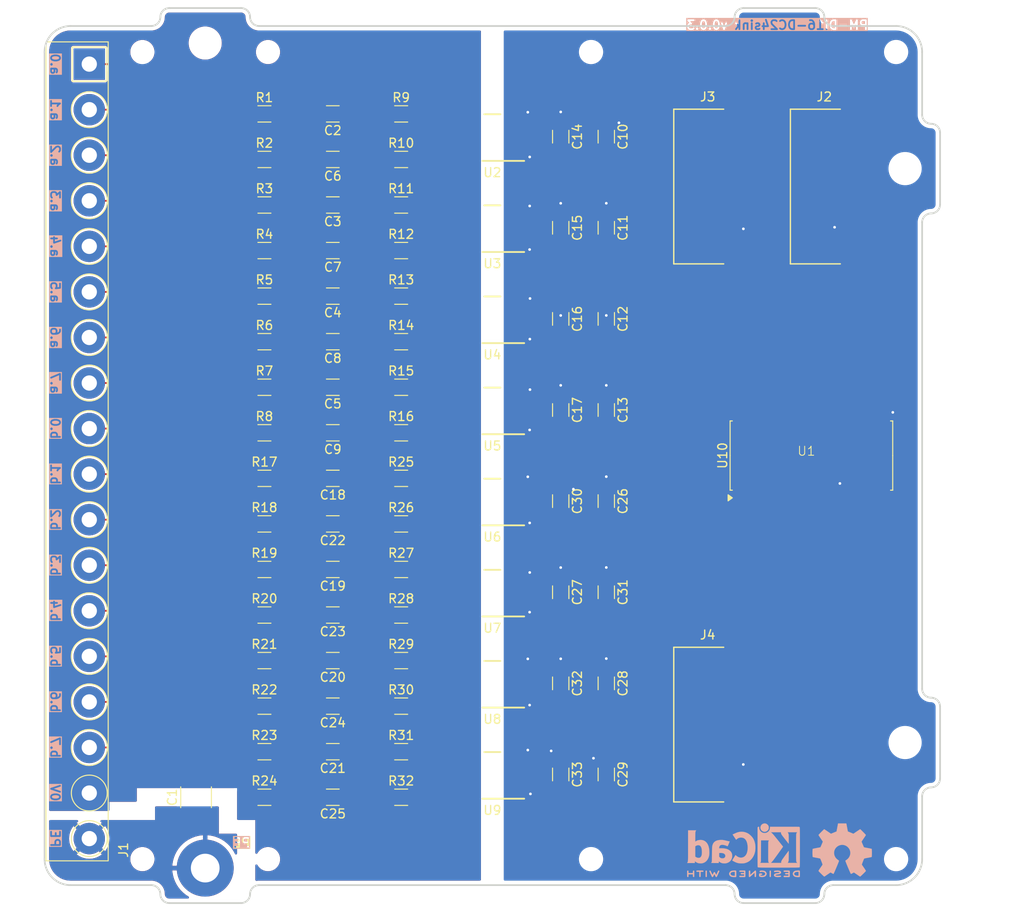
<source format=kicad_pcb>
(kicad_pcb (version 20240108) (generator "pcbnew") (generator_version "8.0")
  (title_block (title "${article} v${version}"))
  (layers (0 "F.Cu" signal) (31 "B.Cu" signal) (34 "B.Paste" user) (35 "F.Paste" user) (36 "B.SilkS" user "B.Silkscreen") (37 "F.SilkS" user "F.Silkscreen") (38 "B.Mask" user) (39 "F.Mask" user) (44 "Edge.Cuts" user))
  (property "article" "PM-DI16-DC24sink")
  (property "version" "0.0.3")
  (net 0 "")
  (net 1 "FGND")
  (net 2 "PE")
  (net 3 "GND")
  (net 4 "/MOSI")
  (net 5 "/MISO")
  (net 6 "/SCK")
  (net 7 "Net-(U2-SENSE2)")
  (net 8 "Net-(U2-SENSE1)")
  (net 9 "Net-(U4-SENSE2)")
  (net 10 "Net-(U4-SENSE1)")
  (net 11 "Net-(U2-IN2)")
  (net 12 "Net-(U2-IN1)")
  (net 13 "Net-(U4-IN2)")
  (net 14 "Net-(U4-IN1)")
  (net 23 "Net-(U3-SENSE2)")
  (net 24 "Net-(U3-SENSE1)")
  (net 25 "Net-(U3-IN2)")
  (net 26 "Net-(U3-IN1)")
  (net 31 "Net-(U6-SENSE2)")
  (net 32 "Net-(U6-SENSE1)")
  (net 33 "Net-(U5-SENSE2)")
  (net 34 "Net-(U5-SENSE1)")
  (net 35 "Net-(U5-IN2)")
  (net 36 "Net-(U5-IN1)")
  (net 41 "Net-(U6-IN2)")
  (net 42 "Net-(U6-IN1)")
  (net 47 "Net-(U7-SENSE2)")
  (net 48 "Net-(U7-SENSE1)")
  (net 49 "Net-(U8-SENSE2)")
  (net 50 "Net-(U8-SENSE1)")
  (net 51 "Net-(U7-IN2)")
  (net 52 "Net-(U7-IN1)")
  (net 53 "Net-(U8-IN2)")
  (net 54 "Net-(U8-IN1)")
  (net 63 "+3.3V")
  (net 65 "Net-(U9-SENSE2)")
  (net 66 "Net-(U9-SENSE1)")
  (net 67 "Net-(U9-IN2)")
  (net 68 "Net-(U9-IN1)")
  (net 74 "/CS")
  (net 79 "/subplates/+5V")
  (net 80 "/a0.0-IS")
  (net 81 "/a0.2-IS")
  (net 82 "/a0.4-IS")
  (net 83 "/a0.1-IS")
  (net 84 "/a0.5-IS")
  (net 85 "/a0.7-IS")
  (net 86 "/a0.6-IS")
  (net 87 "/a0.3-IS")
  (net 88 "/b0.3-IS")
  (net 89 "/b0.2-IS")
  (net 90 "/b0.1-IS")
  (net 91 "/b0.4-IS")
  (net 92 "/b0.0-IS")
  (net 93 "/b0.7-IS")
  (net 94 "/b0.6-IS")
  (net 95 "/b0.5-IS")
  (net 96 "/a0.2")
  (net 97 "/a0.6")
  (net 98 "/b0.5")
  (net 99 "/a0.7")
  (net 100 "/b0.7")
  (net 101 "/a0.5")
  (net 102 "/b0.1")
  (net 103 "/b0.6")
  (net 104 "/b0.4")
  (net 105 "/b0.3")
  (net 106 "/a0.4")
  (net 107 "/b0.0")
  (net 108 "/a0.3")
  (net 109 "/a0.1")
  (net 110 "/b0.2")
  (net 111 "/a0.0")
  (footprint "Resistor_SMD:R_1206_3216Metric_Pad1.30x1.75mm_HandSolder" (layer "F.Cu") (at 65.24 62.7)
    (property "Reference" "R9")
    (property "Value" "562R")
  )
  (footprint "Capacitor_SMD:C_1206_3216Metric_Pad1.33x1.80mm_HandSolder" (layer "F.Cu") (at 88.1 85.56 -90)
    (property "Reference" "C12")
    (property "Value" "100nF")
  )
  (footprint "kicad_inventree_lib:DBQ0016A_M" (layer "F.Cu") (at 75.4 85.56 180)
    (property "Reference" "U4")
    (property "Value" "ISO1212DBQ")
  )
  (footprint "Capacitor_SMD:C_1206_3216Metric_Pad1.33x1.80mm_HandSolder" (layer "F.Cu") (at 57.62 103.34 180)
    (property "Reference" "C18")
    (property "Value" "330nF")
  )
  (footprint "Resistor_SMD:R_1206_3216Metric_Pad1.30x1.75mm_HandSolder" (layer "F.Cu") (at 65.24 118.58)
    (property "Reference" "R28")
    (property "Value" "562R")
  )
  (footprint "Resistor_SMD:R_1206_3216Metric_Pad1.30x1.75mm_HandSolder" (layer "F.Cu") (at 50 72.86)
    (property "Reference" "R3")
    (property "Value" "1k")
  )
  (footprint "Capacitor_SMD:C_1206_3216Metric_Pad1.33x1.80mm_HandSolder" (layer "F.Cu") (at 57.62 72.86 180)
    (property "Reference" "C3")
    (property "Value" "330nF")
  )
  (footprint "Resistor_SMD:R_1206_3216Metric_Pad1.30x1.75mm_HandSolder" (layer "F.Cu") (at 50 138.9)
    (property "Reference" "R24")
    (property "Value" "1k")
  )
  (footprint "Capacitor_SMD:C_1206_3216Metric_Pad1.33x1.80mm_HandSolder" (layer "F.Cu") (at 57.62 77.94 180)
    (property "Reference" "C7")
    (property "Value" "330nF")
  )
  (footprint "Resistor_SMD:R_1206_3216Metric_Pad1.30x1.75mm_HandSolder" (layer "F.Cu") (at 50 83.02)
    (property "Reference" "R5")
    (property "Value" "1k")
  )
  (footprint "Capacitor_SMD:C_1206_3216Metric_Pad1.33x1.80mm_HandSolder" (layer "F.Cu") (at 88.1 136.36 -90)
    (property "Reference" "C29")
    (property "Value" "100nF")
  )
  (footprint "Resistor_SMD:R_1206_3216Metric_Pad1.30x1.75mm_HandSolder" (layer "F.Cu") (at 65.24 123.66)
    (property "Reference" "R29")
    (property "Value" "562R")
  )
  (footprint "Resistor_SMD:R_1206_3216Metric_Pad1.30x1.75mm_HandSolder" (layer "F.Cu") (at 50 98.26)
    (property "Reference" "R8")
    (property "Value" "1k")
  )
  (footprint "Capacitor_SMD:C_1206_3216Metric_Pad1.33x1.80mm_HandSolder" (layer "F.Cu") (at 57.62 108.42 180)
    (property "Reference" "C22")
    (property "Value" "330nF")
  )
  (footprint "Capacitor_SMD:C_1206_3216Metric_Pad1.33x1.80mm_HandSolder" (layer "F.Cu") (at 88.1 126.2 -90)
    (property "Reference" "C28")
    (property "Value" "100nF")
  )
  (footprint "Capacitor_SMD:C_1206_3216Metric_Pad1.33x1.80mm_HandSolder" (layer "F.Cu") (at 57.62 93.18 180)
    (property "Reference" "C5")
    (property "Value" "330nF")
  )
  (footprint "Capacitor_SMD:C_1206_3216Metric_Pad1.33x1.80mm_HandSolder" (layer "F.Cu") (at 83.02 95.72 -90)
    (property "Reference" "C17")
    (property "Value" "1uF")
  )
  (footprint "Capacitor_SMD:C_1206_3216Metric_Pad1.33x1.80mm_HandSolder" (layer "F.Cu") (at 57.62 128.74 180)
    (property "Reference" "C24")
    (property "Value" "330nF")
  )
  (footprint "Resistor_SMD:R_1206_3216Metric_Pad1.30x1.75mm_HandSolder" (layer "F.Cu") (at 50 118.58)
    (property "Reference" "R20")
    (property "Value" "1k")
  )
  (footprint "Resistor_SMD:R_1206_3216Metric_Pad1.30x1.75mm_HandSolder" (layer "F.Cu") (at 65.24 98.26)
    (property "Reference" "R16")
    (property "Value" "562R")
  )
  (footprint "kicad_inventree_lib:CONN10_AFA07-S10_JUS" (layer "F.Cu") (at 98.4 70.8 -90)
    (property "Reference" "J3")
    (property "Value" "AFA07-S10FCC-00")
  )
  (footprint "Resistor_SMD:R_1206_3216Metric_Pad1.30x1.75mm_HandSolder" (layer "F.Cu") (at 65.24 72.86)
    (property "Reference" "R11")
    (property "Value" "562R")
  )
  (footprint "kicad_inventree_lib:DBQ0016A_M" (layer "F.Cu") (at 75.4 126.2 180)
    (property "Reference" "U8")
    (property "Value" "ISO1212DBQ")
  )
  (footprint "Capacitor_SMD:C_1206_3216Metric_Pad1.33x1.80mm_HandSolder" (layer "F.Cu") (at 83.02 65.24 -90)
    (property "Reference" "C14")
    (property "Value" "1uF")
  )
  (footprint "Resistor_SMD:R_1206_3216Metric_Pad1.30x1.75mm_HandSolder" (layer "F.Cu") (at 50 62.7)
    (property "Reference" "R1")
    (property "Value" "1k")
  )
  (footprint "Capacitor_SMD:C_1206_3216Metric_Pad1.33x1.80mm_HandSolder" (layer "F.Cu") (at 57.62 83.02 180)
    (property "Reference" "C4")
    (property "Value" "330nF")
  )
  (footprint "Capacitor_SMD:C_1206_3216Metric_Pad1.33x1.80mm_HandSolder" (layer "F.Cu") (at 57.62 123.66 180)
    (property "Reference" "C20")
    (property "Value" "330nF")
  )
  (footprint "kicad_inventree_lib:PE" (layer "F.Cu") (at 43.4 146.8)
    (property "Reference" "PE1" (hide yes))
    (property "Value" "PE")
  )
  (footprint "Resistor_SMD:R_1206_3216Metric_Pad1.30x1.75mm_HandSolder" (layer "F.Cu") (at 65.24 128.74)
    (property "Reference" "R30")
    (property "Value" "562R")
  )
  (footprint "Capacitor_SMD:C_1206_3216Metric_Pad1.33x1.80mm_HandSolder" (layer "F.Cu") (at 88.1 116.04 -90)
    (property "Reference" "C31")
    (property "Value" "1uF")
  )
  (footprint "Resistor_SMD:R_1206_3216Metric_Pad1.30x1.75mm_HandSolder" (layer "F.Cu") (at 50 108.42)
    (property "Reference" "R18")
    (property "Value" "1k")
  )
  (footprint "NextPCB:Degson_2EDGR-5.08-18P" (layer "F.Cu") (at 30.48 57.15 -90)
    (property "Reference" "J1")
    (property "Value" "2EDGR-5.08-18P")
  )
  (footprint "Capacitor_SMD:C_1206_3216Metric_Pad1.33x1.80mm_HandSolder" (layer "F.Cu") (at 57.62 62.7 180)
    (property "Reference" "C2")
    (property "Value" "330nF")
  )
  (footprint "Resistor_SMD:R_1206_3216Metric_Pad1.30x1.75mm_HandSolder" (layer "F.Cu") (at 65.24 67.78)
    (property "Reference" "R10")
    (property "Value" "562R")
  )
  (footprint "MountingHole:MountingHole_3.2mm_M3" (layer "F.Cu") (at 43.4 54.8)
    (property "Reference" "H1" (hide yes))
    (property "Value" "MountingHole")
  )
  (footprint "Resistor_SMD:R_1206_3216Metric_Pad1.30x1.75mm_HandSolder" (layer "F.Cu") (at 50 103.34)
    (property "Reference" "R17")
    (property "Value" "1k")
  )
  (footprint "kicad_inventree_lib:CONN10_AFA07-S10_JUS" (layer "F.Cu") (at 98.4 130.8 -90)
    (property "Reference" "J4")
    (property "Value" "AFA07-S10FCC-00")
  )
  (footprint "MountingHole:MountingHole_3.2mm_M3" (layer "F.Cu") (at 121.4 132.8)
    (property "Reference" "H3" (hide yes))
    (property "Value" "MountingHole")
  )
  (footprint "kicad_inventree_lib:DBQ0016A_M" (layer "F.Cu") (at 75.4 116.04 180)
    (property "Reference" "U7")
    (property "Value" "ISO1212DBQ")
  )
  (footprint "Capacitor_SMD:C_1206_3216Metric_Pad1.33x1.80mm_HandSolder" (layer "F.Cu") (at 88.1 95.72 -90)
    (property "Reference" "C13")
    (property "Value" "100nF")
  )
  (footprint "Package_SO:SOIC-28W_7.5x17.9mm_P1.27mm" (layer "F.Cu") (at 110.96 100.8 90)
    (property "Reference" "U10")
    (property "Value" "MCP23S17_SO")
  )
  (footprint "Resistor_SMD:R_1206_3216Metric_Pad1.30x1.75mm_HandSolder" (layer "F.Cu") (at 65.24 77.94)
    (property "Reference" "R12")
    (property "Value" "562R")
  )
  (footprint "Capacitor_SMD:C_1206_3216Metric_Pad1.33x1.80mm_HandSolder" (layer "F.Cu") (at 57.62 88.1 180)
    (property "Reference" "C8")
    (property "Value" "330nF")
  )
  (footprint "Resistor_SMD:R_1206_3216Metric_Pad1.30x1.75mm_HandSolder" (layer "F.Cu") (at 50 123.66)
    (property "Reference" "R21")
    (property "Value" "1k")
  )
  (footprint "Capacitor_SMD:C_1206_3216Metric_Pad1.33x1.80mm_HandSolder" (layer "F.Cu") (at 57.62 133.82 180)
    (property "Reference" "C21")
    (property "Value" "330nF")
  )
  (footprint "Resistor_SMD:R_1206_3216Metric_Pad1.30x1.75mm_HandSolder" (layer "F.Cu") (at 50 88.1)
    (property "Reference" "R6")
    (property "Value" "1k")
  )
  (footprint "Resistor_SMD:R_1206_3216Metric_Pad1.30x1.75mm_HandSolder" (layer "F.Cu") (at 65.24 108.42)
    (property "Reference" "R26")
    (property "Value" "562R")
  )
  (footprint "Capacitor_SMD:C_1206_3216Metric_Pad1.33x1.80mm_HandSolder" (layer "F.Cu") (at 83.02 116.04 -90)
    (property "Reference" "C27")
    (property "Value" "100nF")
  )
  (footprint "Resistor_SMD:R_1206_3216Metric_Pad1.30x1.75mm_HandSolder" (layer "F.Cu") (at 50 77.94)
    (property "Reference" "R4")
    (property "Value" "1k")
  )
  (footprint "Capacitor_SMD:C_1812_4532Metric_Pad1.57x3.40mm_HandSolder" (layer "F.Cu") (at 42.38 138.9 90)
    (property "Reference" "C1")
    (property "Value" "4.7nF 2kV")
  )
  (footprint "Resistor_SMD:R_1206_3216Metric_Pad1.30x1.75mm_HandSolder" (layer "F.Cu") (at 50 67.78)
    (property "Reference" "R2")
    (property "Value" "1k")
  )
  (footprint "Resistor_SMD:R_1206_3216Metric_Pad1.30x1.75mm_HandSolder" (layer "F.Cu") (at 50 93.18)
    (property "Reference" "R7")
    (property "Value" "1k")
  )
  (footprint "kicad_inventree_lib:PM-LED_v0.0.1" (layer "F.Cu") (at 40.4 100.8)
    (property "Reference" "U12" (hide yes))
    (property "Value" "PM-LED16_v0.0.1")
  )
  (footprint "Capacitor_SMD:C_1206_3216Metric_Pad1.33x1.80mm_HandSolder" (layer "F.Cu") (at 83.02 75.4 -90)
    (property "Reference" "C15")
    (property "Value" "1uF")
  )
  (footprint "Capacitor_SMD:C_1206_3216Metric_Pad1.33x1.80mm_HandSolder" (layer "F.Cu") (at 57.62 118.58 180)
    (property "Reference" "C23")
    (property "Value" "330nF")
  )
  (footprint "Resistor_SMD:R_1206_3216Metric_Pad1.30x1.75mm_HandSolder" (layer "F.Cu") (at 65.24 138.9)
    (property "Reference" "R32")
    (property "Value" "562R")
  )
  (footprint "Capacitor_SMD:C_1206_3216Metric_Pad1.33x1.80mm_HandSolder" (layer "F.Cu") (at 57.62 138.9 180)
    (property "Reference" "C25")
    (property "Value" "330nF")
  )
  (footprint "Capacitor_SMD:C_1206_3216Metric_Pad1.33x1.80mm_HandSolder" (layer "F.Cu") (at 83.02 126.2 -90)
    (property "Reference" "C32")
    (property "Value" "1uF")
  )
  (footprint "Capacitor_SMD:C_1206_3216Metric_Pad1.33x1.80mm_HandSolder" (layer "F.Cu") (at 88.1 75.4 -90)
    (property "Reference" "C11")
    (property "Value" "100nF")
  )
  (footprint "Capacitor_SMD:C_1206_3216Metric_Pad1.33x1.80mm_HandSolder" (layer "F.Cu") (at 88.1 65.24 -90)
    (property "Reference" "C10")
    (property "Value" "100nF")
  )
  (footprint "kicad_inventree_lib:DBQ0016A_M" (layer "F.Cu") (at 75.4 105.88 180)
    (property "Reference" "U6")
    (property "Value" "ISO1212DBQ")
  )
  (footprint "Capacitor_SMD:C_1206_3216Metric_Pad1.33x1.80mm_HandSolder" (layer "F.Cu") (at 83.02 85.56 -90)
    (property "Reference" "C16")
    (property "Value" "1uF")
  )
  (footprint "Resistor_SMD:R_1206_3216Metric_Pad1.30x1.75mm_HandSolder" (layer "F.Cu") (at 65.24 113.5)
    (property "Reference" "R27")
    (property "Value" "562R")
  )
  (footprint "Capacitor_SMD:C_1206_3216Metric_Pad1.33x1.80mm_HandSolder" (layer "F.Cu") (at 57.62 98.26 180)
    (property "Reference" "C9")
    (property "Value" "330nF")
  )
  (footprint "Capacitor_SMD:C_1206_3216Metric_Pad1.33x1.80mm_HandSolder" (layer "F.Cu") (at 83.02 105.88 -90)
    (property "Reference" "C30")
    (property "Value" "1uF")
  )
  (footprint "kicad_inventree_lib:DBQ0016A_M" (layer "F.Cu") (at 75.4 75.4 180)
    (property "Reference" "U3")
    (property "Value" "ISO1212DBQ")
  )
  (footprint "Capacitor_SMD:C_1206_3216Metric_Pad1.33x1.80mm_HandSolder" (layer "F.Cu") (at 57.62 67.78 180)
    (property "Reference" "C6")
    (property "Value" "330nF")
  )
  (footprint "Resistor_SMD:R_1206_3216Metric_Pad1.30x1.75mm_HandSolder" (layer "F.Cu") (at 65.24 93.18)
    (property "Reference" "R15")
    (property "Value" "562R")
  )
  (footprint "kicad_inventree_lib:DBQ0016A_M" (layer "F.Cu") (at 75.4 95.72 180)
    (property "Reference" "U5")
    (property "Value" "ISO1212DBQ")
  )
  (footprint "kicad_inventree_lib:DBQ0016A_M" (layer "F.Cu") (at 75.4 136.36 180)
    (property "Reference" "U9")
    (property "Value" "ISO1212DBQ")
  )
  (footprint "kicad_inventree_lib:DBQ0016A_M" (layer "F.Cu") (at 75.4 65.24 180)
    (property "Reference" "U2")
    (property "Value" "ISO1212DBQ")
  )
  (footprint "kicad_inventree_lib:CONN10_AFA07-S10_JUS" (layer "F.Cu") (at 111.4 70.8 -90)
    (property "Reference" "J2")
    (property "Value" "AFA07-S10FCC-00")
  )
  (footprint "Resistor_SMD:R_1206_3216Metric_Pad1.30x1.75mm_HandSolder" (layer "F.Cu") (at 65.24 133.82)
    (property "Reference" "R31")
    (property "Value" "562R")
  )
  (footprint "Capacitor_SMD:C_1206_3216Metric_Pad1.33x1.80mm_HandSolder" (layer "F.Cu") (at 83.02 136.36 -90)
    (property "Reference" "C33")
    (property "Value" "1uF")
  )
  (footprint "Resistor_SMD:R_1206_3216Metric_Pad1.30x1.75mm_HandSolder" (layer "F.Cu") (at 65.24 83.02)
    (property "Reference" "R13")
    (property "Value" "562R")
  )
  (footprint "Resistor_SMD:R_1206_3216Metric_Pad1.30x1.75mm_HandSolder" (layer "F.Cu") (at 65.24 103.34)
    (property "Reference" "R25")
    (property "Value" "562R")
  )
  (footprint "Resistor_SMD:R_1206_3216Metric_Pad1.30x1.75mm_HandSolder" (layer "F.Cu") (at 65.24 88.1)
    (property "Reference" "R14")
    (property "Value" "562R")
  )
  (footprint "MountingHole:MountingHole_3.2mm_M3" (layer "F.Cu") (at 121.4 68.8)
    (property "Reference" "H2" (hide yes))
    (property "Value" "MountingHole")
  )
  (footprint "Capacitor_SMD:C_1206_3216Metric_Pad1.33x1.80mm_HandSolder" (layer "F.Cu") (at 88.1 105.88 -90)
    (property "Reference" "C26")
    (property "Value" "100nF")
  )
  (footprint "Resistor_SMD:R_1206_3216Metric_Pad1.30x1.75mm_HandSolder" (layer "F.Cu") (at 50 133.82)
    (property "Reference" "R23")
    (property "Value" "1k")
  )
  (footprint "Resistor_SMD:R_1206_3216Metric_Pad1.30x1.75mm_HandSolder" (layer "F.Cu") (at 50 113.5)
    (property "Reference" "R19")
    (property "Value" "1k")
  )
  (footprint "Resistor_SMD:R_1206_3216Metric_Pad1.30x1.75mm_HandSolder" (layer "F.Cu") (at 50 128.74)
    (property "Reference" "R22")
    (property "Value" "1k")
  )
  (footprint "kicad_inventree_lib:PM-ESP32C3_v0.0.2" (layer "F.Cu") (at 110.4 100.8)
    (property "Reference" "U1")
    (property "Value" "~")
  )
  (footprint "Capacitor_SMD:C_1206_3216Metric_Pad1.33x1.80mm_HandSolder" (layer "F.Cu") (at 57.62 113.5 180)
    (property "Reference" "C19")
    (property "Value" "330nF")
  )
  (footprint "Symbol:OSHW-Symbol_6.7x6mm_SilkScreen" (layer "B.Cu") (at 114.4 144.8 180)
    (property "Reference" "oshw_logo" (hide yes))
    (property "Value" "OSHW-Symbol_6.7x6mm_SilkScreen" (hide yes))
  )
  (footprint "Symbol:KiCad-Logo2_5mm_SilkScreen" (layer "B.Cu") (at 103.4 144.8 180)
    (property "Reference" "kicad_logo" (hide yes))
    (property "Value" "KiCad-Logo2_5mm_SilkScreen" (hide yes))
  )
  (gr_line (start 47.4 150.7) (end 39.4 150.7) (stroke (width 0.2)) (layer "Edge.Cuts"))
  (gr_line (start 39.4 50.9) (end 47.4 50.9) (stroke (width 0.2)) (layer "Edge.Cuts"))
  (gr_arc (start 111.4 50.9) (mid 112.107107 51.192893) (end 112.4 51.9) (stroke (width 0.2)) (layer "Edge.Cuts"))
  (gr_arc (start 47.4 50.9) (mid 48.107107 51.192893) (end 48.4 51.9) (stroke (width 0.2)) (layer "Edge.Cuts"))
  (gr_line (start 103.4 50.9) (end 111.4 50.9) (stroke (width 0.2)) (layer "Edge.Cuts"))
  (gr_line (start 101.4 52.9) (end 49.4 52.9) (stroke (width 0.2)) (layer "Edge.Cuts"))
  (gr_line (start 125.3 128.8) (end 125.3 136.8) (stroke (width 0.2)) (layer "Edge.Cuts"))
  (gr_arc (start 124.3 63.8) (mid 125.007107 64.092893) (end 125.3 64.8) (stroke (width 0.2)) (layer "Edge.Cuts"))
  (gr_arc (start 102.4 51.9) (mid 102.692893 51.192893) (end 103.4 50.9) (stroke (width 0.2)) (layer "Edge.Cuts"))
  (gr_arc (start 124.3 127.8) (mid 123.592893 127.507107) (end 123.3 126.8) (stroke (width 0.2)) (layer "Edge.Cuts"))
  (gr_line (start 113.4 52.9) (end 120.4 52.9) (stroke (width 0.2)) (layer "Edge.Cuts"))
  (gr_line (start 123.3 55.8) (end 123.3 62.8) (stroke (width 0.2)) (layer "Edge.Cuts"))
  (gr_arc (start 38.4 51.9) (mid 38.107107 52.607107) (end 37.4 52.9) (stroke (width 0.2)) (layer "Edge.Cuts"))
  (gr_arc (start 49.4 52.9) (mid 48.692893 52.607107) (end 48.4 51.9) (stroke (width 0.2)) (layer "Edge.Cuts"))
  (gr_line (start 25.5 55.8) (end 25.5 145.8) (stroke (width 0.2)) (layer "Edge.Cuts"))
  (gr_line (start 28.4 52.9) (end 37.4 52.9) (stroke (width 0.2)) (layer "Edge.Cuts"))
  (gr_arc (start 125.3 72.8) (mid 125.007107 73.507107) (end 124.3 73.8) (stroke (width 0.2)) (layer "Edge.Cuts"))
  (gr_line (start 37.4 148.7) (end 28.4 148.7) (stroke (width 0.2)) (layer "Edge.Cuts"))
  (gr_arc (start 112.4 149.7) (mid 112.692893 148.992893) (end 113.4 148.7) (stroke (width 0.2)) (layer "Edge.Cuts"))
  (gr_arc (start 37.4 148.7) (mid 38.107107 148.992893) (end 38.4 149.7) (stroke (width 0.2)) (layer "Edge.Cuts"))
  (gr_line (start 120.4 148.7) (end 113.4 148.7) (stroke (width 0.2)) (layer "Edge.Cuts"))
  (gr_arc (start 123.3 138.8) (mid 123.592893 138.092893) (end 124.3 137.8) (stroke (width 0.2)) (layer "Edge.Cuts"))
  (gr_arc (start 48.4 149.7) (mid 48.107107 150.407107) (end 47.4 150.7) (stroke (width 0.2)) (layer "Edge.Cuts"))
  (gr_arc (start 120.4 52.9) (mid 122.45061 53.74939) (end 123.3 55.8) (stroke (width 0.2)) (layer "Edge.Cuts"))
  (gr_arc (start 113.4 52.9) (mid 112.692893 52.607107) (end 112.4 51.9) (stroke (width 0.2)) (layer "Edge.Cuts"))
  (gr_arc (start 125.3 136.8) (mid 125.007107 137.507107) (end 124.3 137.8) (stroke (width 0.2)) (layer "Edge.Cuts"))
  (gr_arc (start 123.3 74.8) (mid 123.592893 74.092893) (end 124.3 73.8) (stroke (width 0.2)) (layer "Edge.Cuts"))
  (gr_arc (start 102.4 51.9) (mid 102.107107 52.607107) (end 101.4 52.9) (stroke (width 0.2)) (layer "Edge.Cuts"))
  (gr_line (start 111.4 150.7) (end 103.4 150.7) (stroke (width 0.2)) (layer "Edge.Cuts"))
  (gr_line (start 123.3 138.8) (end 123.3 145.8) (stroke (width 0.2)) (layer "Edge.Cuts"))
  (gr_arc (start 123.3 145.8) (mid 122.45061 147.85061) (end 120.4 148.7) (stroke (width 0.2)) (layer "Edge.Cuts"))
  (gr_arc (start 48.4 149.7) (mid 48.692893 148.992893) (end 49.4 148.7) (stroke (width 0.2)) (layer "Edge.Cuts"))
  (gr_arc (start 38.4 51.9) (mid 38.692893 51.192893) (end 39.4 50.9) (stroke (width 0.2)) (layer "Edge.Cuts"))
  (gr_arc (start 25.5 55.8) (mid 26.34939 53.74939) (end 28.4 52.9) (stroke (width 0.2)) (layer "Edge.Cuts"))
  (gr_arc (start 39.4 150.7) (mid 38.692893 150.407107) (end 38.4 149.7) (stroke (width 0.2)) (layer "Edge.Cuts"))
  (gr_arc (start 103.4 150.7) (mid 102.692893 150.407107) (end 102.4 149.7) (stroke (width 0.2)) (layer "Edge.Cuts"))
  (gr_arc (start 124.3 127.8) (mid 125.007107 128.092893) (end 125.3 128.8) (stroke (width 0.2)) (layer "Edge.Cuts"))
  (gr_arc (start 112.4 149.7) (mid 112.107107 150.407107) (end 111.4 150.7) (stroke (width 0.2)) (layer "Edge.Cuts"))
  (gr_arc (start 101.4 148.7) (mid 102.107107 148.992893) (end 102.4 149.7) (stroke (width 0.2)) (layer "Edge.Cuts"))
  (gr_line (start 125.3 64.8) (end 125.3 72.8) (stroke (width 0.2)) (layer "Edge.Cuts"))
  (gr_arc (start 124.3 63.8) (mid 123.592893 63.507107) (end 123.3 62.8) (stroke (width 0.2)) (layer "Edge.Cuts"))
  (gr_line (start 49.4 148.7) (end 101.4 148.7) (stroke (width 0.2)) (layer "Edge.Cuts"))
  (gr_line (start 123.3 126.8) (end 123.3 74.8) (stroke (width 0.2)) (layer "Edge.Cuts"))
  (gr_arc (start 28.4 148.7) (mid 26.34939 147.85061) (end 25.5 145.8) (stroke (width 0.2)) (layer "Edge.Cuts"))
  (gr_text "b.0" (at 26.67 97.79 270) (layer "B.SilkS" knockout) (effects (font (size 1 1) (thickness 0.2) (bold yes)) (justify mirror)))
  (gr_text "a.2" (at 26.67 67.31 270) (layer "B.SilkS" knockout) (effects (font (size 1 1) (thickness 0.2) (bold yes)) (justify mirror)))
  (gr_text "a.5" (at 26.67 82.55 270) (layer "B.SilkS" knockout) (effects (font (size 1 1) (thickness 0.2) (bold yes)) (justify mirror)))
  (gr_text "a.6" (at 26.67 87.63 270) (layer "B.SilkS" knockout) (effects (font (size 1 1) (thickness 0.2) (bold yes)) (justify mirror)))
  (gr_text "PE" (at 26.67 143.51 270) (layer "B.SilkS" knockout) (effects (font (size 1 1) (thickness 0.2) (bold yes)) (justify mirror)))
  (gr_text "0V" (at 26.67 138.43 270) (layer "B.SilkS" knockout) (effects (font (size 1 1) (thickness 0.2) (bold yes)) (justify mirror)))
  (gr_text "a.4" (at 26.67 77.47 270) (layer "B.SilkS" knockout) (effects (font (size 1 1) (thickness 0.2) (bold yes)) (justify mirror)))
  (gr_text "b.3" (at 26.67 113.03 270) (layer "B.SilkS" knockout) (effects (font (size 1 1) (thickness 0.2) (bold yes)) (justify mirror)))
  (gr_text "b.1" (at 26.67 102.87 270) (layer "B.SilkS" knockout) (effects (font (size 1 1) (thickness 0.2) (bold yes)) (justify mirror)))
  (gr_text "a.0" (at 26.67 57.15 270) (layer "B.SilkS" knockout) (effects (font (size 1 1) (thickness 0.2) (bold yes)) (justify mirror)))
  (gr_text "b.5" (at 26.67 123.19 270) (layer "B.SilkS" knockout) (effects (font (size 1 1) (thickness 0.2) (bold yes)) (justify mirror)))
  (gr_text "a.7" (at 26.67 92.71 270) (layer "B.SilkS" knockout) (effects (font (size 1 1) (thickness 0.2) (bold yes)) (justify mirror)))
  (gr_text "b.7" (at 26.67 133.35 270) (layer "B.SilkS" knockout) (effects (font (size 1 1) (thickness 0.2) (bold yes)) (justify mirror)))
  (gr_text "b.4" (at 26.67 118.11 270) (layer "B.SilkS" knockout) (effects (font (size 1 1) (thickness 0.2) (bold yes)) (justify mirror)))
  (gr_text "a.1" (at 26.67 62.23 270) (layer "B.SilkS" knockout) (effects (font (size 1 1) (thickness 0.2) (bold yes)) (justify mirror)))
  (gr_text "${article} v${version}" (at 117.4 52.8 0) (layer "B.SilkS" knockout) (effects (font (size 1 1) (thickness 0.2) (bold yes)) (justify left mirror)))
  (gr_text "a.3" (at 26.67 72.39 270) (layer "B.SilkS" knockout) (effects (font (size 1 1) (thickness 0.2) (bold yes)) (justify mirror)))
  (gr_text "b.6" (at 26.67 128.27 270) (layer "B.SilkS" knockout) (effects (font (size 1 1) (thickness 0.2) (bold yes)) (justify mirror)))
  (gr_text "PE" (at 47.46 143.98 -0) (layer "B.SilkS" knockout) (effects (font (size 1 1) (thickness 0.2) (bold yes)) (justify mirror)))
  (gr_text "b.2" (at 26.67 107.95 270) (layer "B.SilkS" knockout) (effects (font (size 1 1) (thickness 0.2) (bold yes)) (justify mirror)))
  (gr_text "PE" (at 47.46 143.98 0) (layer "F.SilkS" knockout) (effects (font (size 1 1) (thickness 0.2) (bold yes))))
  (segment (start 79.5798 87.815) (end 79.3842 87.815) (width 0.2) (layer "F.Cu") (net 3))
  (segment (start 79.3517 62.5144) (end 79.3517 63.0175) (width 0.2) (layer "F.Cu") (net 3))
  (segment (start 101.956 75.3) (end 103.1594 75.3) (width 0.2) (layer "F.Cu") (net 3))
  (segment (start 79.3517 123.47) (end 79.3517 123.9775) (width 0.2) (layer "F.Cu") (net 3))
  (segment (start 79.5532 77.824) (end 79.3517 77.6225) (width 0.2) (layer "F.Cu") (net 3))
  (segment (start 103.3681 135.247) (end 103.2124 135.247) (width 0.2) (layer "F.Cu") (net 3))
  (segment (start 88.1 83.9975) (end 88.1 85.1739) (width 0.2) (layer "F.Cu") (net 3))
  (segment (start 78.225 63.0175) (end 79.3517 63.0175) (width 0.2) (layer "F.Cu") (net 3))
  (segment (start 83.02 123.4609) (end 83.02 124.6375) (width 0.2) (layer "F.Cu") (net 3))
  (segment (start 79.6459 138.5288) (end 79.4054 138.5288) (width 0.2) (layer "F.Cu") (net 3))
  (segment (start 84.433 104.5454) (end 83.2479 104.5454) (width 0.2) (layer "F.Cu") (net 3))
  (segment (start 78.225 113.8175) (end 79.3517 113.8175) (width 0.2) (layer "F.Cu") (net 3))
  (segment (start 101.956 135.3) (end 103.1594 135.3) (width 0.2) (layer "F.Cu") (net 3))
  (segment (start 79.5642 67.5017) (end 79.3909 67.5017) (width 0.2) (layer "F.Cu") (net 3))
  (segment (start 78.225 93.4975) (end 79.3517 93.4975) (width 0.2) (layer "F.Cu") (net 3))
  (segment (start 86.6713 134.5476) (end 87.8501 134.5476) (width 0.2) (layer "F.Cu") (net 3))
  (segment (start 88.1 94.1575) (end 88.1 92.9694) (width 0.2) (layer "F.Cu") (net 3))
  (segment (start 103.3779 75.5185) (end 103.1594 75.3) (width 0.2) (layer "F.Cu") (net 3))
  (segment (start 79.3842 87.815) (end 79.3517 87.7825) (width 0.2) (layer "F.Cu") (net 3))
  (segment (start 81.9554 133.7329) (end 83.02 134.7975) (width 0.2) (layer "F.Cu") (net 3))
  (segment (start 79.3517 103.1665) (end 79.3517 103.6575) (width 0.2) (layer "F.Cu") (net 3))
  (segment (start 78.225 77.6225) (end 79.3517 77.6225) (width 0.2) (layer "F.Cu") (net 3))
  (segment (start 79.5559 97.9418) (end 79.3524 97.9418) (width 0.2) (layer "F.Cu") (net 3))
  (segment (start 78.225 103.6575) (end 79.3517 103.6575) (width 0.2) (layer "F.Cu") (net 3))
  (segment (start 78.225 87.7825) (end 79.3517 87.7825) (width 0.2) (layer "F.Cu") (net 3))
  (segment (start 79.3909 67.5017) (end 79.3517 67.4625) (width 0.2) (layer "F.Cu") (net 3))
  (segment (start 83.02 72.6683) (end 83.02 73.8375) (width 0.2) (layer "F.Cu") (net 3))
  (segment (start 78.225 67.4625) (end 79.3517 67.4625) (width 0.2) (layer "F.Cu") (net 3))
  (segment (start 83.2479 104.5454) (end 83.02 104.3175) (width 0.2) (layer "F.Cu") (net 3))
  (segment (start 113.5422 75.3417) (end 113.7109 75.3417) (width 0.2) (layer "F.Cu") (net 3))
  (segment (start 87.8501 134.5476) (end 88.1 134.7975) (width 0.2) (layer "F.Cu") (net 3))
  (segment (start 78.225 134.1375) (end 79.3517 134.1375) (width 0.2) (layer "F.Cu") (net 3))
  (segment (start 119.215 96.15) (end 116.675 96.15) (width 0.2) (layer "F.Cu") (net 3))
  (segment (start 78.225 97.9425) (end 79.3517 97.9425) (width 0.2) (layer "F.Cu") (net 3))
  (segment (start 83.02 114.4775) (end 83.02 113.2892) (width 0.2) (layer "F.Cu") (net 3))
  (segment (start 83.02 62.4825) (end 83.02 63.6775) (width 0.2) (layer "F.Cu") (net 3))
  (segment (start 114.135 103.9107) (end 114.135 105.45) (width 0.2) (layer "F.Cu") (net 3))
  (segment (start 79.3724 113.8382) (end 79.3517 113.8175) (width 0.2) (layer "F.Cu") (net 3))
  (segment (start 78.225 73.1775) (end 79.3517 73.1775) (width 0.2) (layer "F.Cu") (net 3))
  (segment (start 79.5605 108.3113) (end 79.3517 108.1025) (width 0.2) (layer "F.Cu") (net 3))
  (segment (start 79.4029 83.2863) (end 79.3517 83.3375) (width 0.2) (layer "F.Cu") (net 3))
  (segment (start 113.7109 75.3417) (end 113.7526 75.3) (width 0.2) (layer "F.Cu") (net 3))
  (segment (start 79.5999 83.2863) (end 79.4029 83.2863) (width 0.2) (layer "F.Cu") (net 3))
  (segment (start 103.2124 135.247) (end 103.1594 135.3) (width 0.2) (layer "F.Cu") (net 3))
  (segment (start 114.956 75.3) (end 113.7526 75.3) (width 0.2) (layer "F.Cu") (net 3))
  (segment (start 119.3833 95.9817) (end 119.215 96.15) (width 0.2) (layer "F.Cu") (net 3))
  (segment (start 78.225 138.5825) (end 79.3517 138.5825) (width 0.2) (layer "F.Cu") (net 3))
  (segment (start 79.3517 133.6388) (end 79.3517 134.1375) (width 0.2) (layer "F.Cu") (net 3))
  (segment (start 79.3524 97.9418) (end 79.3517 97.9425) (width 0.2) (layer "F.Cu") (net 3))
  (segment (start 88.1 103.1513) (end 88.1 104.3175) (width 0.2) (layer "F.Cu") (net 3))
  (segment (start 78.225 123.9775) (end 79.3517 123.9775) (width 0.2) (layer "F.Cu") (net 3))
  (segment (start 120.0312 95.9817) (end 119.3833 95.9817) (width 0.2) (layer "F.Cu") (net 3))
  (segment (start 79.4026 93.4466) (end 79.3517 93.4975) (width 0.2) (layer "F.Cu") (net 3))
  (segment (start 83.02 94.1575) (end 83.02 92.9683) (width 0.2) (layer "F.Cu") (net 3))
  (segment (start 88.1 73.8375) (end 88.1 72.6649) (width 0.2) (layer "F.Cu") (net 3))
  (segment (start 83.02 83.9975) (end 83.02 85.1773) (width 0.2) (layer "F.Cu") (net 3))
  (segment (start 88.1157 63.6932) (end 88.1 63.6775) (width 0.2) (layer "F.Cu") (net 3))
  (segment (start 88.1 123.4404) (end 88.1 124.6375) (width 0.2) (layer "F.Cu") (net 3))
  (segment (start 79.5936 93.4466) (end 79.4026 93.4466) (width 0.2) (layer "F.Cu") (net 3))
  (segment (start 79.5546 128.6254) (end 79.3517 128.4225) (width 0.2) (layer "F.Cu") (net 3))
  (segment (start 79.5687 113.8382) (end 79.3724 113.8382) (width 0.2) (layer "F.Cu") (net 3))
  (segment (start 79.5613 72.9679) (end 79.3517 73.1775) (width 0.2) (layer "F.Cu") (net 3))
  (segment (start 78.225 83.3375) (end 79.3517 83.3375) (width 0.2) (layer "F.Cu") (net 3))
  (segment (start 78.225 118.2625) (end 79.5541 118.2625) (width 0.2) (layer "F.Cu") (net 3))
  (segment (start 88.1 113.2797) (end 88.1 114.4775) (width 0.2) (layer "F.Cu") (net 3))
  (segment (start 78.225 128.4225) (end 79.3517 128.4225) (width 0.2) (layer "F.Cu") (net 3))
  (segment (start 89.5088 63.6932) (end 88.1157 63.6932) (width 0.2) (layer "F.Cu") (net 3))
  (segment (start 79.4054 138.5288) (end 79.3517 138.5825) (width 0.2) (layer "F.Cu") (net 3))
  (segment (start 78.225 108.1025) (end 79.3517 108.1025) (width 0.2) (layer "F.Cu") (net 3))
  (via (at 79.5936 93.4466) (size 0.6) (drill 0.3) (layers "F.Cu" "B.Cu") (net 3))
  (via (at 79.5541 118.2625) (size 0.6) (drill 0.3) (layers "F.Cu" "B.Cu") (net 3))
  (via (at 103.3779 75.5185) (size 0.6) (drill 0.3) (layers "F.Cu" "B.Cu") (net 3))
  (via (at 79.3517 103.1665) (size 0.6) (drill 0.3) (layers "F.Cu" "B.Cu") (net 3))
  (via (at 83.02 85.1773) (size 0.6) (drill 0.3) (layers "F.Cu" "B.Cu") (net 3))
  (via (at 79.3517 123.47) (size 0.6) (drill 0.3) (layers "F.Cu" "B.Cu") (net 3))
  (via (at 88.1 72.6649) (size 0.6) (drill 0.3) (layers "F.Cu" "B.Cu") (net 3))
  (via (at 83.02 123.4609) (size 0.6) (drill 0.3) (layers "F.Cu" "B.Cu") (net 3))
  (via (at 89.5088 63.6932) (size 0.6) (drill 0.3) (layers "F.Cu" "B.Cu") (net 3))
  (via (at 83.02 62.4825) (size 0.6) (drill 0.3) (layers "F.Cu" "B.Cu") (net 3))
  (via (at 79.5613 72.9679) (size 0.6) (drill 0.3) (layers "F.Cu" "B.Cu") (net 3))
  (via (at 79.6459 138.5288) (size 0.6) (drill 0.3) (layers "F.Cu" "B.Cu") (net 3))
  (via (at 86.6713 134.5476) (size 0.6) (drill 0.3) (layers "F.Cu" "B.Cu") (net 3))
  (via (at 103.3681 135.247) (size 0.6) (drill 0.3) (layers "F.Cu" "B.Cu") (net 3))
  (via (at 88.1 113.2797) (size 0.6) (drill 0.3) (layers "F.Cu" "B.Cu") (net 3))
  (via (at 79.3517 133.6388) (size 0.6) (drill 0.3) (layers "F.Cu" "B.Cu") (net 3))
  (via (at 83.02 72.6683) (size 0.6) (drill 0.3) (layers "F.Cu" "B.Cu") (net 3))
  (via (at 83.02 92.9683) (size 0.6) (drill 0.3) (layers "F.Cu" "B.Cu") (net 3))
  (via (at 84.433 104.5454) (size 0.6) (drill 0.3) (layers "F.Cu" "B.Cu") (net 3))
  (via (at 79.3517 62.5144) (size 0.6) (drill 0.3) (layers "F.Cu" "B.Cu") (net 3))
  (via (at 83.02 113.2892) (size 0.6) (drill 0.3) (layers "F.Cu" "B.Cu") (net 3))
  (via (at 79.5559 97.9418) (size 0.6) (drill 0.3) (layers "F.Cu" "B.Cu") (net 3))
  (via (at 114.135 103.9107) (size 0.6) (drill 0.3) (layers "F.Cu" "B.Cu") (net 3))
  (via (at 79.5605 108.3113) (size 0.6) (drill 0.3) (layers "F.Cu" "B.Cu") (net 3))
  (via (at 120.0312 95.9817) (size 0.6) (drill 0.3) (layers "F.Cu" "B.Cu") (net 3))
  (via (at 79.5999 83.2863) (size 0.6) (drill 0.3) (layers "F.Cu" "B.Cu") (net 3))
  (via (at 113.5422 75.3417) (size 0.6) (drill 0.3) (layers "F.Cu" "B.Cu") (net 3))
  (via (at 79.5546 128.6254) (size 0.6) (drill 0.3) (layers "F.Cu" "B.Cu") (net 3))
  (via (at 88.1 85.1739) (size 0.6) (drill 0.3) (layers "F.Cu" "B.Cu") (net 3))
  (via (at 88.1 92.9694) (size 0.6) (drill 0.3) (layers "F.Cu" "B.Cu") (net 3))
  (via (at 88.1 123.4404) (size 0.6) (drill 0.3) (layers "F.Cu" "B.Cu") (net 3))
  (via (at 79.5532 77.824) (size 0.6) (drill 0.3) (layers "F.Cu" "B.Cu") (net 3))
  (via (at 88.1 103.1513) (size 0.6) (drill 0.3) (layers "F.Cu" "B.Cu") (net 3))
  (via (at 81.9554 133.7329) (size 0.6) (drill 0.3) (layers "F.Cu" "B.Cu") (net 3))
  (via (at 79.5642 67.5017) (size 0.6) (drill 0.3) (layers "F.Cu" "B.Cu") (net 3))
  (via (at 79.5687 113.8382) (size 0.6) (drill 0.3) (layers "F.Cu" "B.Cu") (net 3))
  (via (at 79.5798 87.815) (size 0.6) (drill 0.3) (layers "F.Cu" "B.Cu") (net 3))
  (segment (start 116.1594 68.3) (end 121.4601 73.6007) (width 0.2) (layer "F.Cu") (net 4))
  (segment (start 119.503 106.8317) (end 118.8964 106.8317) (width 0.2) (layer "F.Cu") (net 4))
  (segment (start 118.8964 106.8317) (end 117.945 105.8803) (width 0.2) (layer "F.Cu") (net 4))
  (segment (start 114.956 68.3) (end 116.1594 68.3) (width 0.2) (layer "F.Cu") (net 4))
  (segment (start 121.4601 104.8746) (end 119.503 106.8317) (width 0.2) (layer "F.Cu") (net 4))
  (segment (start 117.945 105.8803) (end 117.945 105.45) (width 0.2) (layer "F.Cu") (net 4))
  (segment (start 121.4601 73.6007) (end 121.4601 104.8746) (width 0.2) (layer "F.Cu") (net 4))
  (segment (start 119.215 105.45) (end 121.0457 103.6193) (width 0.2) (layer "F.Cu") (net 5))
  (segment (start 121.0457 103.6193) (end 121.0457 74.1863) (width 0.2) (layer "F.Cu") (net 5))
  (segment (start 121.0457 74.1863) (end 116.1594 69.3) (width 0.2) (layer "F.Cu") (net 5))
  (segment (start 114.956 69.3) (end 116.1594 69.3) (width 0.2) (layer "F.Cu") (net 5))
  (segment (start 116.1594 70.3) (end 120.644 74.7846) (width 0.2) (layer "F.Cu") (net 6))
  (segment (start 120.644 74.7846) (end 120.644 97.0876) (width 0.2) (layer "F.Cu") (net 6))
  (segment (start 120.644 97.0876) (end 116.675 101.0566) (width 0.2) (layer "F.Cu") (net 6))
  (segment (start 116.675 101.0566) (end 116.675 105.45) (width 0.2) (layer "F.Cu") (net 6))
  (segment (start 114.956 70.3) (end 116.1594 70.3) (width 0.2) (layer "F.Cu") (net 6))
  (segment (start 52.8025 63.9525) (end 57.93 63.9525) (width 0.2) (layer "F.Cu") (net 7))
  (segment (start 65.2775 64.2875) (end 63.69 62.7) (width 0.2) (layer "F.Cu") (net 7))
  (segment (start 59.1825 62.7) (end 63.69 62.7) (width 0.2) (layer "F.Cu") (net 7))
  (segment (start 57.93 63.9525) (end 59.1825 62.7) (width 0.2) (layer "F.Cu") (net 7))
  (segment (start 51.55 62.7) (end 52.8025 63.9525) (width 0.2) (layer "F.Cu") (net 7))
  (segment (start 72.575 64.2875) (end 65.2775 64.2875) (width 0.2) (layer "F.Cu") (net 7))
  (segment (start 57.9302 69.0323) (end 52.8023 69.0323) (width 0.2) (layer "F.Cu") (net 8))
  (segment (start 63.69 67.78) (end 64.8806 68.9706) (width 0.2) (layer "F.Cu") (net 8))
  (segment (start 52.8023 69.0323) (end 51.55 67.78) (width 0.2) (layer "F.Cu") (net 8))
  (segment (start 72.575 67.4625) (end 71.4483 67.4625) (width 0.2) (layer "F.Cu") (net 8))
  (segment (start 59.1825 67.78) (end 63.69 67.78) (width 0.2) (layer "F.Cu") (net 8))
  (segment (start 69.9402 68.9706) (end 71.4483 67.4625) (width 0.2) (layer "F.Cu") (net 8))
  (segment (start 59.1825 67.78) (end 57.9302 69.0323) (width 0.2) (layer "F.Cu") (net 8))
  (segment (start 64.8806 68.9706) (end 69.9402 68.9706) (width 0.2) (layer "F.Cu") (net 8))
  (segment (start 63.69 83.02) (end 59.1825 83.02) (width 0.2) (layer "F.Cu") (net 9))
  (segment (start 72.575 84.6075) (end 65.2775 84.6075) (width 0.2) (layer "F.Cu") (net 9))
  (segment (start 59.1825 83.02) (end 57.9218 84.2807) (width 0.2) (layer "F.Cu") (net 9))
  (segment (start 65.2775 84.6075) (end 63.69 83.02) (width 0.2) (layer "F.Cu") (net 9))
  (segment (start 52.8107 84.2807) (end 51.55 83.02) (width 0.2) (layer "F.Cu") (net 9))
  (segment (start 57.9218 84.2807) (end 52.8107 84.2807) (width 0.2) (layer "F.Cu") (net 9))
  (segment (start 69.9402 89.2906) (end 71.4483 87.7825) (width 0.2) (layer "F.Cu") (net 10))
  (segment (start 59.1825 88.1) (end 63.69 88.1) (width 0.2) (layer "F.Cu") (net 10))
  (segment (start 52.8107 89.3607) (end 51.55 88.1) (width 0.2) (layer "F.Cu") (net 10))
  (segment (start 57.9218 89.3607) (end 52.8107 89.3607) (width 0.2) (layer "F.Cu") (net 10))
  (segment (start 59.1825 88.1) (end 57.9218 89.3607) (width 0.2) (layer "F.Cu") (net 10))
  (segment (start 72.575 87.7825) (end 71.4483 87.7825) (width 0.2) (layer "F.Cu") (net 10))
  (segment (start 64.8806 89.2906) (end 69.9402 89.2906) (width 0.2) (layer "F.Cu") (net 10))
  (segment (start 63.69 88.1) (end 64.8806 89.2906) (width 0.2) (layer "F.Cu") (net 10))
  (segment (start 67.7425 63.6525) (end 66.79 62.7) (width 0.2) (layer "F.Cu") (net 11))
  (segment (start 72.575 63.6525) (end 67.7425 63.6525) (width 0.2) (layer "F.Cu") (net 11))
  (segment (start 67.7425 66.8275) (end 66.79 67.78) (width 0.2) (layer "F.Cu") (net 12))
  (segment (start 72.575 66.8275) (end 67.7425 66.8275) (width 0.2) (layer "F.Cu") (net 12))
  (segment (start 67.7425 83.9725) (end 66.79 83.02) (width 0.2) (layer "F.Cu") (net 13))
  (segment (start 72.575 83.9725) (end 67.7425 83.9725) (width 0.2) (layer "F.Cu") (net 13))
  (segment (start 72.575 87.1475) (end 67.7425 87.1475) (width 0.2) (layer "F.Cu") (net 14))
  (segment (start 67.7425 87.1475) (end 66.79 88.1) (width 0.2) (layer "F.Cu") (net 14))
  (segment (start 72.575 74.4475) (end 65.2775 74.4475) (width 0.2) (layer "F.Cu") (net 23))
  (segment (start 65.2775 74.4475) (end 63.69 72.86) (width 0.2) (layer "F.Cu") (net 23))
  (segment (start 59.1825 72.86) (end 57.9601 71.6376) (width 0.2) (layer "F.Cu") (net 23))
  (segment (start 52.7724 71.6376) (end 51.55 72.86) (width 0.2) (layer "F.Cu") (net 23))
  (segment (start 57.9601 71.6376) (end 52.7724 71.6376) (width 0.2) (layer "F.Cu") (net 23))
  (segment (start 63.69 72.86) (end 59.1825 72.86) (width 0.2) (layer "F.Cu") (net 23))
  (segment (start 57.9275 76.685) (end 59.1825 77.94) (width 0.2) (layer "F.Cu") (net 24))
  (segment (start 64.8806 79.1306) (end 69.9402 79.1306) (width 0.2) (layer "F.Cu") (net 24))
  (segment (start 52.805 76.685) (end 57.9275 76.685) (width 0.2) (layer "F.Cu") (net 24))
  (segment (start 72.575 77.6225) (end 71.4483 77.6225) (width 0.2) (layer "F.Cu") (net 24))
  (segment (start 59.1825 77.94) (end 63.69 77.94) (width 0.2) (layer "F.Cu") (net 24))
  (segment (start 51.55 77.94) (end 52.805 76.685) (width 0.2) (layer "F.Cu") (net 24))
  (segment (start 63.69 77.94) (end 64.8806 79.1306) (width 0.2) (layer "F.Cu") (net 24))
  (segment (start 69.9402 79.1306) (end 71.4483 77.6225) (width 0.2) (layer "F.Cu") (net 24))
  (segment (start 67.7425 73.8125) (end 66.79 72.86) (width 0.2) (layer "F.Cu") (net 25))
  (segment (start 72.575 73.8125) (end 67.7425 73.8125) (width 0.2) (layer "F.Cu") (net 25))
  (segment (start 72.575 76.9875) (end 67.7425 76.9875) (width 0.2) (layer "F.Cu") (net 26))
  (segment (start 67.7425 76.9875) (end 66.79 77.94) (width 0.2) (layer "F.Cu") (net 26))
  (segment (start 52.8107 104.6007) (end 51.55 103.34) (width 0.2) (layer "F.Cu") (net 31))
  (segment (start 72.575 104.9275) (end 65.2775 104.9275) (width 0.2) (layer "F.Cu") (net 31))
  (segment (start 57.9218 104.6007) (end 52.8107 104.6007) (width 0.2) (layer "F.Cu") (net 31))
  (segment (start 65.2775 104.9275) (end 63.69 103.34) (width 0.2) (layer "F.Cu") (net 31))
  (segment (start 63.69 103.34) (end 59.1825 103.34) (width 0.2) (layer "F.Cu") (net 31))
  (segment (start 59.1825 103.34) (end 57.9218 104.6007) (width 0.2) (layer "F.Cu") (net 31))
  (segment (start 63.69 108.42) (end 59.1825 108.42) (width 0.2) (layer "F.Cu") (net 32))
  (segment (start 52.8223 109.6923) (end 51.55 108.42) (width 0.2) (layer "F.Cu") (net 32))
  (segment (start 69.9402 109.6106) (end 71.4483 108.1025) (width 0.2) (layer "F.Cu") (net 32))
  (segment (start 57.9102 109.6923) (end 52.8223 109.6923) (width 0.2) (layer "F.Cu") (net 32))
  (segment (start 72.575 108.1025) (end 71.4483 108.1025) (width 0.2) (layer "F.Cu") (net 32))
  (segment (start 59.1825 108.42) (end 57.9102 109.6923) (width 0.2) (layer "F.Cu") (net 32))
  (segment (start 63.69 108.42) (end 64.8806 109.6106) (width 0.2) (layer "F.Cu") (net 32))
  (segment (start 64.8806 109.6106) (end 69.9402 109.6106) (width 0.2) (layer "F.Cu") (net 32))
  (segment (start 52.8223 94.4523) (end 51.55 93.18) (width 0.2) (layer "F.Cu") (net 33))
  (segment (start 59.1825 93.18) (end 57.9102 94.4523) (width 0.2) (layer "F.Cu") (net 33))
  (segment (start 57.9102 94.4523) (end 52.8223 94.4523) (width 0.2) (layer "F.Cu") (net 33))
  (segment (start 63.69 93.18) (end 59.1825 93.18) (width 0.2) (layer "F.Cu") (net 33))
  (segment (start 72.575 94.7675) (end 65.2775 94.7675) (width 0.2) (layer "F.Cu") (net 33))
  (segment (start 65.2775 94.7675) (end 63.69 93.18) (width 0.2) (layer "F.Cu") (net 33))
  (segment (start 59.1825 98.26) (end 63.69 98.26) (width 0.2) (layer "F.Cu") (net 34))
  (segment (start 63.69 98.26) (end 64.8806 99.4506) (width 0.2) (layer "F.Cu") (net 34))
  (segment (start 52.8192 99.5292) (end 51.55 98.26) (width 0.2) (layer "F.Cu") (net 34))
  (segment (start 72.575 97.9425) (end 71.4483 97.9425) (width 0.2) (layer "F.Cu") (net 34))
  (segment (start 69.9402 99.4506) (end 71.4483 97.9425) (width 0.2) (layer "F.Cu") (net 34))
  (segment (start 57.9133 99.5292) (end 52.8192 99.5292) (width 0.2) (layer "F.Cu") (net 34))
  (segment (start 59.1825 98.26) (end 57.9133 99.5292) (width 0.2) (layer "F.Cu") (net 34))
  (segment (start 64.8806 99.4506) (end 69.9402 99.4506) (width 0.2) (layer "F.Cu") (net 34))
  (segment (start 72.575 94.1325) (end 67.7425 94.1325) (width 0.2) (layer "F.Cu") (net 35))
  (segment (start 67.7425 94.1325) (end 66.79 93.18) (width 0.2) (layer "F.Cu") (net 35))
  (segment (start 67.7425 97.3075) (end 66.79 98.26) (width 0.2) (layer "F.Cu") (net 36))
  (segment (start 72.575 97.3075) (end 67.7425 97.3075) (width 0.2) (layer "F.Cu") (net 36))
  (segment (start 67.7425 104.2925) (end 66.79 103.34) (width 0.2) (layer "F.Cu") (net 41))
  (segment (start 72.575 104.2925) (end 67.7425 104.2925) (width 0.2) (layer "F.Cu") (net 41))
  (segment (start 67.7425 107.4675) (end 66.79 108.42) (width 0.2) (layer "F.Cu") (net 42))
  (segment (start 72.575 107.4675) (end 67.7425 107.4675) (width 0.2) (layer "F.Cu") (net 42))
  (segment (start 72.575 115.0875) (end 65.2775 115.0875) (width 0.2) (layer "F.Cu") (net 47))
  (segment (start 57.9352 114.7473) (end 52.7973 114.7473) (width 0.2) (layer "F.Cu") (net 47))
  (segment (start 52.7973 114.7473) (end 51.55 113.5) (width 0.2) (layer "F.Cu") (net 47))
  (segment (start 65.2775 115.0875) (end 63.69 113.5) (width 0.2) (layer "F.Cu") (net 47))
  (segment (start 59.1825 113.5) (end 63.69 113.5) (width 0.2) (layer "F.Cu") (net 47))
  (segment (start 59.1825 113.5) (end 57.9352 114.7473) (width 0.2) (layer "F.Cu") (net 47))
  (segment (start 64.8806 119.7706) (end 69.9402 119.7706) (width 0.2) (layer "F.Cu") (net 48))
  (segment (start 52.7901 117.3399) (end 57.9424 117.3399) (width 0.2) (layer "F.Cu") (net 48))
  (segment (start 69.9402 119.7706) (end 71.4483 118.2625) (width 0.2) (layer "F.Cu") (net 48))
  (segment (start 57.9424 117.3399) (end 59.1825 118.58) (width 0.2) (layer "F.Cu") (net 48))
  (segment (start 51.55 118.58) (end 52.7901 117.3399) (width 0.2) (layer "F.Cu") (net 48))
  (segment (start 72.575 118.2625) (end 71.4483 118.2625) (width 0.2) (layer "F.Cu") (net 48))
  (segment (start 63.69 118.58) (end 64.8806 119.7706) (width 0.2) (layer "F.Cu") (net 48))
  (segment (start 59.1825 118.58) (end 63.69 118.58) (width 0.2) (layer "F.Cu") (net 48))
  (segment (start 63.69 123.66) (end 59.1825 123.66) (width 0.2) (layer "F.Cu") (net 49))
  (segment (start 57.9601 122.4376) (end 52.7724 122.4376) (width 0.2) (layer "F.Cu") (net 49))
  (segment (start 65.2775 125.2475) (end 63.69 123.66) (width 0.2) (layer "F.Cu") (net 49))
  (segment (start 52.7724 122.4376) (end 51.55 123.66) (width 0.2) (layer "F.Cu") (net 49))
  (segment (start 72.575 125.2475) (end 65.2775 125.2475) (width 0.2) (layer "F.Cu") (net 49))
  (segment (start 59.1825 123.66) (end 57.9601 122.4376) (width 0.2) (layer "F.Cu") (net 49))
  (segment (start 63.69 128.74) (end 64.8806 129.9306) (width 0.2) (layer "F.Cu") (net 50))
  (segment (start 51.55 128.74) (end 52.805 127.485) (width 0.2) (layer "F.Cu") (net 50))
  (segment (start 59.1825 128.74) (end 63.69 128.74) (width 0.2) (layer "F.Cu") (net 50))
  (segment (start 57.9275 127.485) (end 59.1825 128.74) (width 0.2) (layer "F.Cu") (net 50))
  (segment (start 72.575 128.4225) (end 71.4483 128.4225) (width 0.2) (layer "F.Cu") (net 50))
  (segment (start 64.8806 129.9306) (end 69.9402 129.9306) (width 0.2) (layer "F.Cu") (net 50))
  (segment (start 52.805 127.485) (end 57.9275 127.485) (width 0.2) (layer "F.Cu") (net 50))
  (segment (start 69.9402 129.9306) (end 71.4483 128.4225) (width 0.2) (layer "F.Cu") (net 50))
  (segment (start 67.7425 114.4525) (end 66.79 113.5) (width 0.2) (layer "F.Cu") (net 51))
  (segment (start 72.575 114.4525) (end 67.7425 114.4525) (width 0.2) (layer "F.Cu") (net 51))
  (segment (start 67.7425 117.6275) (end 66.79 118.58) (width 0.2) (layer "F.Cu") (net 52))
  (segment (start 72.575 117.6275) (end 67.7425 117.6275) (width 0.2) (layer "F.Cu") (net 52))
  (segment (start 72.575 124.6125) (end 67.7425 124.6125) (width 0.2) (layer "F.Cu") (net 53))
  (segment (start 67.7425 124.6125) (end 66.79 123.66) (width 0.2) (layer "F.Cu") (net 53))
  (segment (start 72.575 127.7875) (end 67.7425 127.7875) (width 0.2) (layer "F.Cu") (net 54))
  (segment (start 67.7425 127.7875) (end 66.79 128.74) (width 0.2) (layer "F.Cu") (net 54))
  (segment (start 88.1 66.8025) (end 83.02 66.8025) (width 0.2) (layer "F.Cu") (net 63))
  (segment (start 79.3767 137.9225) (end 83.02 137.9225) (width 0.2) (layer "F.Cu") (net 63))
  (segment (start 83.02 137.9225) (end 88.1 137.9225) (width 0.2) (layer "F.Cu") (net 63))
  (segment (start 88.1 107.4425) (end 83.02 107.4425) (width 0.2) (layer "F.Cu") (net 63))
  (segment (start 78.225 97.3075) (end 79.3517 97.3075) (width 0.2) (layer "F.Cu") (net 63))
  (segment (start 78.225 107.15) (end 82.7275 107.15) (width 0.2) (layer "F.Cu") (net 63))
  (segment (start 78.225001 116.9925) (end 78.225001 117.6275) (width 0.2) (layer "F.Cu") (net 63))
  (segment (start 78.225001 137.3125) (end 78.225001 137.9475) (width 0.2) (layer "F.Cu") (net 63))
  (segment (start 83.02 97.2825) (end 88.1 97.2825) (width 0.2) (layer "F.Cu") (net 63))
  (segment (start 82.7275 66.51) (end 83.02 66.8025) (width 0.2) (layer "F.Cu") (net 63))
  (segment (start 78.225001 106.8325) (end 78.225001 107.4675) (width 0.2) (layer "F.Cu") (net 63))
  (segment (start 78.225 137.9475) (end 79.3517 137.9475) (width 0.2) (layer "F.Cu") (net 63))
  (segment (start 78.225001 96.6725) (end 78.225001 97.3075) (width 0.2) (layer "F.Cu") (net 63))
  (segment (start 77.2415 127.1525) (end 78.225001 127.1525) (width 0.2) (layer "F.Cu") (net 63))
  (segment (start 83.02 87.1225) (end 88.1 87.1225) (width 0.2) (layer "F.Cu") (net 63))
  (segment (start 77.527894 76.9875) (end 77.100001 77.415393) (width 0.2) (layer "F.Cu") (net 63))
  (segment (start 82.7275 107.15) (end 83.02 107.4425) (width 0.2) (layer "F.Cu") (net 63))
  (segment (start 77.527894 117.6275) (end 77.100001 118.055393) (width 0.2) (layer "F.Cu") (net 63))
  (segment (start 79.3517 137.9475) (end 79.3767 137.9225) (width 0.2) (layer "F.Cu") (net 63))
  (segment (start 77.100001 116.724001) (end 77.3685 116.9925) (width 0.2) (layer "F.Cu") (net 63))
  (segment (start 82.9346 87.0371) (end 83.02 87.1225) (width 0.2) (layer "F.Cu") (net 63))
  (segment (start 78.225 87.0371) (end 82.9346 87.0371) (width 0.2) (layer "F.Cu") (net 63))
  (segment (start 112.865 97.923) (end 112.865 105.45) (width 0.2) (layer "F.Cu") (net 63))
  (segment (start 83.02 116.4146) (end 77.1 110.4946) (width 0.2) (layer "F.Cu") (net 63))
  (segment (start 77.100001 118.055393) (end 77.100001 127.011001) (width 0.2) (layer "F.Cu") (net 63))
  (segment (start 78.225001 127.7875) (end 77.527894 127.7875) (width 0.2) (layer "F.Cu") (net 63))
  (segment (start 77.527894 106.8325) (end 78.225001 106.8325) (width 0.2) (layer "F.Cu") (net 63))
  (segment (start 77.100001 97.735393) (end 77.100001 106.404607) (width 0.2) (layer "F.Cu") (net 63))
  (segment (start 77.100001 128.215393) (end 77.100001 137.171001) (width 0.2) (layer "F.Cu") (net 63))
  (segment (start 77.527894 86.5125) (end 78.225001 86.5125) (width 0.2) (layer "F.Cu") (net 63))
  (segment (start 78.225001 86.5125) (end 78.225001 87.1475) (width 0.2) (layer "F.Cu") (net 63))
  (segment (start 110.9857 81.1024) (end 110.9857 70.0669) (width 0.2) (layer "F.Cu") (net 63))
  (segment (start 77.2415 137.3125) (end 78.225001 137.3125) (width 0.2) (layer "F.Cu") (net 63))
  (segment (start 77.527894 107.4675) (end 77.100001 107.895393) (width 0.2) (layer "F.Cu") (net 63))
  (segment (start 77.100001 67.255393) (end 77.100001 75.924607) (width 0.2) (layer "F.Cu") (net 63))
  (segment (start 78.225001 97.3075) (end 77.527894 97.3075) (width 0.2) (layer "F.Cu") (net 63))
  (segment (start 77.100001 106.404607) (end 77.527894 106.8325) (width 0.2) (layer "F.Cu") (net 63))
  (segment (start 77.527894 66.8275) (end 77.100001 67.255393) (width 0.2) (layer "F.Cu") (net 63))
  (segment (start 77.100001 86.084607) (end 77.527894 86.5125) (width 0.2) (layer "F.Cu") (net 63))
  (segment (start 110.9857 70.0669) (end 113.7526 67.3) (width 0.2) (layer "F.Cu") (net 63))
  (segment (start 78.225001 76.3525) (end 78.225001 76.9875) (width 0.2) (layer "F.Cu") (net 63))
  (segment (start 115.405 96.5786) (end 115.405 96.15) (width 0.2) (layer "F.Cu") (net 63))
  (segment (start 77.527894 76.3525) (end 78.225001 76.3525) (width 0.2) (layer "F.Cu") (net 63))
  (segment (start 114.956 67.3) (end 113.7526 67.3) (width 0.2) (layer "F.Cu") (net 63))
  (segment (start 78.225 66.51) (end 82.7275 66.51) (width 0.2) (layer "F.Cu") (net 63))
  (segment (start 88.1 117.6025) (end 83.02 117.6025) (width 0.2) (layer "F.Cu") (net 63))
  (segment (start 78.225001 117.6275) (end 77.527894 117.6275) (width 0.2) (layer "F.Cu") (net 63))
  (segment (start 114.0606 97.923) (end 115.405 96.5786) (width 0.2) (layer "F.Cu") (net 63))
  (segment (start 78.225001 107.4675) (end 77.527894 107.4675) (width 0.2) (layer "F.Cu") (net 63))
  (segment (start 78.225 127.2629) (end 82.5204 127.2629) (width 0.2) (layer "F.Cu") (net 63))
  (segment (start 77.2415 96.6725) (end 78.225001 96.6725) (width 0.2) (layer "F.Cu") (net 63))
  (segment (start 83.02 117.6025) (end 83.02 116.4146) (width 0.2) (layer "F.Cu") (net 63))
  (segment (start 77.100001 75.924607) (end 77.527894 76.3525) (width 0.2) (layer "F.Cu") (net 63))
  (segment (start 88.1 97.2825) (end 88.7405 97.923) (width 0.2) (layer "F.Cu") (net 63))
  (segment (start 88.1 127.7625) (end 83.02 127.7625) (width 0.2) (layer "F.Cu") (net 63))
  (segment (start 115.405 96.15) (end 115.405 85.5217) (width 0.2) (layer "F.Cu") (net 63))
  (segment (start 77.527894 87.1475) (end 77.100001 87.575393) (width 0.2) (layer "F.Cu") (net 63))
  (segment (start 77.100001 137.171001) (end 77.2415 137.3125) (width 0.2) (layer "F.Cu") (net 63))
  (segment (start 78.225001 87.1475) (end 77.527894 87.1475) (width 0.2) (layer "F.Cu") (net 63))
  (segment (start 82.5204 76.4629) (end 83.02 76.9625) (width 0.2) (layer "F.Cu") (net 63))
  (segment (start 79.3517 97.3075) (end 79.3767 97.2825) (width 0.2) (layer "F.Cu") (net 63))
  (segment (start 77.527894 97.3075) (end 77.100001 97.735393) (width 0.2) (layer "F.Cu") (net 63))
  (segment (start 82.5204 127.2629) (end 83.02 127.7625) (width 0.2) (layer "F.Cu") (net 63))
  (segment (start 77.100001 127.011001) (end 77.2415 127.1525) (width 0.2) (layer "F.Cu") (net 63))
  (segment (start 77.100001 77.415393) (end 77.100001 86.084607) (width 0.2) (layer "F.Cu") (net 63))
  (segment (start 78.225001 76.9875) (end 77.527894 76.9875) (width 0.2) (layer "F.Cu") (net 63))
  (segment (start 115.405 85.5217) (end 110.9857 81.1024) (width 0.2) (layer "F.Cu") (net 63))
  (segment (start 77.100001 96.531001) (end 77.2415 96.6725) (width 0.2) (layer "F.Cu") (net 63))
  (segment (start 78.225001 127.1525) (end 78.225001 127.7875) (width 0.2) (layer "F.Cu") (net 63))
  (segment (start 78.225 76.4629) (end 82.5204 76.4629) (width 0.2) (layer "F.Cu") (net 63))
  (segment (start 77.100001 87.575393) (end 77.100001 96.531001) (width 0.2) (layer "F.Cu") (net 63))
  (segment (start 77.100001 107.895393) (end 77.100001 116.724001) (width 0.2) (layer "F.Cu") (net 63))
  (segment (start 112.865 97.923) (end 114.0606 97.923) (width 0.2) (layer "F.Cu") (net 63))
  (segment (start 83.02 76.9625) (end 88.1 76.9625) (width 0.2) (layer "F.Cu") (net 63))
  (segment (start 88.7405 97.923) (end 112.865 97.923) (width 0.2) (layer "F.Cu") (net 63))
  (segment (start 78.225001 66.8275) (end 77.527894 66.8275) (width 0.2) (layer "F.Cu") (net 63))
  (segment (start 77.527894 127.7875) (end 77.100001 128.215393) (width 0.2) (layer "F.Cu") (net 63))
  (segment (start 79.3767 97.2825) (end 83.02 97.2825) (width 0.2) (layer "F.Cu") (net 63))
  (segment (start 77.3685 116.9925) (end 78.225001 116.9925) (width 0.2) (layer "F.Cu") (net 63))
  (segment (start 78.225001 66.1925) (end 78.225001 66.8275) (width 0.2) (layer "F.Cu") (net 63))
  (segment (start 52.8107 135.0807) (end 51.55 133.82) (width 0.2) (layer "F.Cu") (net 65))
  (segment (start 72.575 135.4075) (end 65.2775 135.4075) (width 0.2) (layer "F.Cu") (net 65))
  (segment (start 57.9218 135.0807) (end 52.8107 135.0807) (width 0.2) (layer "F.Cu") (net 65))
  (segment (start 65.2775 135.4075) (end 63.69 133.82) (width 0.2) (layer "F.Cu") (net 65))
  (segment (start 63.69 133.82) (end 59.1825 133.82) (width 0.2) (layer "F.Cu") (net 65))
  (segment (start 59.1825 133.82) (end 57.9218 135.0807) (width 0.2) (layer "F.Cu") (net 65))
  (segment (start 69.9519 140.0789) (end 64.8689 140.0789) (width 0.2) (layer "F.Cu") (net 66))
  (segment (start 72.575 138.5825) (end 71.4483 138.5825) (width 0.2) (layer "F.Cu") (net 66))
  (segment (start 63.69 138.9) (end 59.1825 138.9) (width 0.2) (layer "F.Cu") (net 66))
  (segment (start 71.4483 138.5825) (end 69.9519 140.0789) (width 0.2) (layer "F.Cu") (net 66))
  (segment (start 64.8689 140.0789) (end 63.69 138.9) (width 0.2) (layer "F.Cu") (net 66))
  (segment (start 57.9401 140.1424) (end 52.7924 140.1424) (width 0.2) (layer "F.Cu") (net 66))
  (segment (start 59.1825 138.9) (end 57.9401 140.1424) (width 0.2) (layer "F.Cu") (net 66))
  (segment (start 52.7924 140.1424) (end 51.55 138.9) (width 0.2) (layer "F.Cu") (net 66))
  (segment (start 67.7425 134.7725) (end 66.79 133.82) (width 0.2) (layer "F.Cu") (net 67))
  (segment (start 72.575 134.7725) (end 67.7425 134.7725) (width 0.2) (layer "F.Cu") (net 67))
  (segment (start 72.575 137.9475) (end 67.7425 137.9475) (width 0.2) (layer "F.Cu") (net 68))
  (segment (start 67.7425 137.9475) (end 66.79 138.9) (width 0.2) (layer "F.Cu") (net 68))
  (segment (start 114.956 71.3) (end 116.1594 71.3) (width 0.2) (layer "F.Cu") (net 74))
  (segment (start 116.0413 104.8137) (end 116.0413 85.4376) (width 0.2) (layer "F.Cu") (net 74))
  (segment (start 116.1594 85.3195) (end 116.1594 71.3) (width 0.2) (layer "F.Cu") (net 74))
  (segment (start 115.405 105.45) (end 116.0413 104.8137) (width 0.2) (layer "F.Cu") (net 74))
  (segment (start 116.0413 85.4376) (end 116.1594 85.3195) (width 0.2) (layer "F.Cu") (net 74))
  (segment (start 101.956 67.3) (end 103.1594 67.3) (width 0.2) (layer "F.Cu") (net 80))
  (segment (start 101.956 67.3) (end 92.7048 67.3) (width 0.2) (layer "F.Cu") (net 80))
  (segment (start 111.595 96.15) (end 111.595 93.144) (width 0.2) (layer "F.Cu") (net 80))
  (segment (start 111.595 93.144) (end 110.1164 91.6654) (width 0.2) (layer "F.Cu") (net 80))
  (segment (start 110.1164 91.6654) (end 110.1164 74.257) (width 0.2) (layer "F.Cu") (net 80))
  (segment (start 92.7048 67.3) (end 90.3273 64.9225) (width 0.2) (layer "F.Cu") (net 80))
  (segment (start 110.1164 74.257) (end 103.1594 67.3) (width 0.2) (layer "F.Cu") (net 80))
  (segment (start 90.3273 64.9225) (end 78.225 64.9225) (width 0.2) (layer "F.Cu") (net 80))
  (segment (start 103.1594 69.3) (end 109.055 75.1956) (width 0.2) (layer "F.Cu") (net 81))
  (segment (start 90.2536 69.3) (end 101.956 69.3) (width 0.2) (layer "F.Cu") (net 81))
  (segment (start 109.055 75.1956) (end 109.055 96.15) (width 0.2) (layer "F.Cu") (net 81))
  (segment (start 84.4711 75.0825) (end 90.2536 69.3) (width 0.2) (layer "F.Cu") (net 81))
  (segment (start 101.956 69.3) (end 103.1594 69.3) (width 0.2) (layer "F.Cu") (net 81))
  (segment (start 78.225 75.0825) (end 84.4711 75.0825) (width 0.2) (layer "F.Cu") (net 81))
  (segment (start 101.956 71.3) (end 97.561 71.3) (width 0.2) (layer "F.Cu") (net 82))
  (segment (start 78.225 85.2425) (end 79.3517 85.2425) (width 0.2) (layer "F.Cu") (net 82))
  (segment (start 106.515 74.6556) (end 106.515 96.15) (width 0.2) (layer "F.Cu") (net 82))
  (segment (start 79.3517 85.1848) (end 79.3517 85.2425) (width 0.2) (layer "F.Cu") (net 82))
  (segment (start 97.561 71.3) (end 87.5212 81.3398) (width 0.2) (layer "F.Cu") (net 82))
  (segment (start 87.5212 81.3398) (end 83.1967 81.3398) (width 0.2) (layer "F.Cu") (net 82))
  (segment (start 83.1967 81.3398) (end 79.3517 85.1848) (width 0.2) (layer "F.Cu") (net 82))
  (segment (start 103.1594 71.3) (end 106.515 74.6556) (width 0.2) (layer "F.Cu") (net 82))
  (segment (start 101.956 71.3) (end 103.1594 71.3) (width 0.2) (layer "F.Cu") (net 82))
  (segment (start 101.956 68.3) (end 103.1594 68.3) (width 0.2) (layer "F.Cu") (net 83))
  (segment (start 92.6999 68.3) (end 89.9574 65.5575) (width 0.2) (layer "F.Cu") (net 83))
  (segment (start 101.956 68.3) (end 92.6999 68.3) (width 0.2) (layer "F.Cu") (net 83))
  (segment (start 89.9574 65.5575) (end 78.225 65.5575) (width 0.2) (layer "F.Cu") (net 83))
  (segment (start 109.69 74.8306) (end 103.1594 68.3) (width 0.2) (layer "F.Cu") (net 83))
  (segment (start 110.325 96.15) (end 109.69 95.515) (width 0.2) (layer "F.Cu") (net 83))
  (segment (start 109.69 95.515) (end 109.69 74.8306) (width 0.2) (layer "F.Cu") (net 83))
  (segment (start 80.6437 84.5855) (end 79.3517 85.8775) (width 0.2) (layer "F.Cu") (net 84))
  (segment (start 97.4314 72.3) (end 86.8774 82.854) (width 0.2) (layer "F.Cu") (net 84))
  (segment (start 101.956 72.3) (end 103.1594 72.3) (width 0.2) (layer "F.Cu") (net 84))
  (segment (start 80.6437 84.4608) (end 80.6437 84.5855) (width 0.2) (layer "F.Cu") (net 84))
  (segment (start 105.245 74.3856) (end 103.1594 72.3) (width 0.2) (layer "F.Cu") (net 84))
  (segment (start 78.225 85.8775) (end 79.3517 85.8775) (width 0.2) (layer "F.Cu") (net 84))
  (segment (start 86.8774 82.854) (end 82.2505 82.854) (width 0.2) (layer "F.Cu") (net 84))
  (segment (start 105.245 96.15) (end 105.245 74.3856) (width 0.2) (layer "F.Cu") (net 84))
  (segment (start 101.956 72.3) (end 97.4314 72.3) (width 0.2) (layer "F.Cu") (net 84))
  (segment (start 82.2505 82.854) (end 80.6437 84.4608) (width 0.2) (layer "F.Cu") (net 84))
  (segment (start 104.61 97.1857) (end 104.2964 97.4993) (width 0.2) (layer "F.Cu") (net 85))
  (segment (start 103.1594 74.3) (end 104.61 75.7506) (width 0.2) (layer "F.Cu") (net 85))
  (segment (start 102.705 96.15) (end 79.4642 96.15) (width 0.2) (layer "F.Cu") (net 85))
  (segment (start 103.6535 97.4993) (end 102.705 96.5508) (width 0.2) (layer "F.Cu") (net 85))
  (segment (start 79.4642 96.15) (end 79.3517 96.0375) (width 0.2) (layer "F.Cu") (net 85))
  (segment (start 101.956 74.3) (end 103.1594 74.3) (width 0.2) (layer "F.Cu") (net 85))
  (segment (start 102.705 96.5508) (end 102.705 96.15) (width 0.2) (layer "F.Cu") (net 85))
  (segment (start 78.225 96.0375) (end 79.3517 96.0375) (width 0.2) (layer "F.Cu") (net 85))
  (segment (start 104.2964 97.4993) (end 103.6535 97.4993) (width 0.2) (layer "F.Cu") (net 85))
  (segment (start 104.61 75.7506) (end 104.61 97.1857) (width 0.2) (layer "F.Cu") (net 85))
  (segment (start 97.938 90.3302) (end 97.938 76.1146) (width 0.2) (layer "F.Cu") (net 86))
  (segment (start 92.8657 95.4025) (end 78.225 95.4025) (width 0.2) (layer "F.Cu") (net 86))
  (segment (start 98.5987 90.3302) (end 97.938 90.3302) (width 0.2) (layer "F.Cu") (net 86))
  (segment (start 97.938 90.3302) (end 92.8657 95.4025) (width 0.2) (layer "F.Cu") (net 86))
  (segment (start 103.975 95.7065) (end 98.5987 90.3302) (width 0.2) (layer "F.Cu") (net 86))
  (segment (start 103.975 96.15) (end 103.975 95.7065) (width 0.2) (layer "F.Cu") (net 86))
  (segment (start 97.938 76.1146) (end 100.7526 73.3) (width 0.2) (layer "F.Cu") (net 86))
  (segment (start 101.956 73.3) (end 100.7526 73.3) (width 0.2) (layer "F.Cu") (net 86))
  (segment (start 95.5357 70.3) (end 101.956 70.3) (width 0.2) (layer "F.Cu") (net 87))
  (segment (start 90.1182 75.7175) (end 95.5357 70.3) (width 0.2) (layer "F.Cu") (net 87))
  (segment (start 78.225 75.7175) (end 90.1182 75.7175) (width 0.2) (layer "F.Cu") (net 87))
  (segment (start 101.956 70.3) (end 103.1594 70.3) (width 0.2) (layer "F.Cu") (net 87))
  (segment (start 107.785 96.15) (end 107.785 74.9256) (width 0.2) (layer "F.Cu") (net 87))
  (segment (start 107.785 74.9256) (end 103.1594 70.3) (width 0.2) (layer "F.Cu") (net 87))
  (segment (start 83.3227 120.3285) (end 87.2922 120.3285) (width 0.2) (layer "F.Cu") (net 88))
  (segment (start 106.515 126.9444) (end 103.1594 130.3) (width 0.2) (layer "F.Cu") (net 88))
  (segment (start 79.3517 116.3575) (end 83.3227 120.3285) (width 0.2) (layer "F.Cu") (net 88))
  (segment (start 97.2637 130.3) (end 101.956 130.3) (width 0.2) (layer "F.Cu") (net 88))
  (segment (start 87.2922 120.3285) (end 97.2637 130.3) (width 0.2) (layer "F.Cu") (net 88))
  (segment (start 78.225 116.3575) (end 79.3517 116.3575) (width 0.2) (layer "F.Cu") (net 88))
  (segment (start 101.956 130.3) (end 103.1594 130.3) (width 0.2) (layer "F.Cu") (net 88))
  (segment (start 106.515 105.45) (end 106.515 126.9444) (width 0.2) (layer "F.Cu") (net 88))
  (segment (start 87.0374 119.3644) (end 82.9323 119.3644) (width 0.2) (layer "F.Cu") (net 89))
  (segment (start 101.956 129.3) (end 96.973 129.3) (width 0.2) (layer "F.Cu") (net 89))
  (segment (start 105.245 127.2144) (end 103.1594 129.3) (width 0.2) (layer "F.Cu") (net 89))
  (segment (start 82.9323 119.3644) (end 79.3517 115.7838) (width 0.2) (layer "F.Cu") (net 89))
  (segment (start 105.245 105.45) (end 105.245 127.2144) (width 0.2) (layer "F.Cu") (net 89))
  (segment (start 79.3517 115.7838) (end 79.3517 115.7225) (width 0.2) (layer "F.Cu") (net 89))
  (segment (start 78.225 115.7225) (end 79.3517 115.7225) (width 0.2) (layer "F.Cu") (net 89))
  (segment (start 101.956 129.3) (end 103.1594 129.3) (width 0.2) (layer "F.Cu") (net 89))
  (segment (start 96.973 129.3) (end 87.0374 119.3644) (width 0.2) (layer "F.Cu") (net 89))
  (segment (start 97.9857 110.4317) (end 99.4076 110.4317) (width 0.2) (layer "F.Cu") (net 90))
  (segment (start 97.9857 110.4317) (end 93.7515 106.1975) (width 0.2) (layer "F.Cu") (net 90))
  (segment (start 97.9857 125.5331) (end 97.9857 110.4317) (width 0.2) (layer "F.Cu") (net 90))
  (segment (start 93.7515 106.1975) (end 78.225 106.1975) (width 0.2) (layer "F.Cu") (net 90))
  (segment (start 100.7526 128.3) (end 97.9857 125.5331) (width 0.2) (layer "F.Cu") (net 90))
  (segment (start 101.956 128.3) (end 100.7526 128.3) (width 0.2) (layer "F.Cu") (net 90))
  (segment (start 103.975 105.8643) (end 103.975 105.45) (width 0.2) (layer "F.Cu") (net 90))
  (segment (start 99.4076 110.4317) (end 103.975 105.8643) (width 0.2) (layer "F.Cu") (net 90))
  (segment (start 101.956 131.3) (end 103.1594 131.3) (width 0.2) (layer "F.Cu") (net 91))
  (segment (start 97.2608 131.3) (end 101.956 131.3) (width 0.2) (layer "F.Cu") (net 91))
  (segment (start 78.225 125.8825) (end 91.8433 125.8825) (width 0.2) (layer "F.Cu") (net 91))
  (segment (start 107.785 126.6744) (end 103.1594 131.3) (width 0.2) (layer "F.Cu") (net 91))
  (segment (start 107.785 105.45) (end 107.785 126.6744) (width 0.2) (layer "F.Cu") (net 91))
  (segment (start 91.8433 125.8825) (end 97.2608 131.3) (width 0.2) (layer "F.Cu") (net 91))
  (segment (start 104.61 125.8494) (end 103.1594 127.3) (width 0.2) (layer "F.Cu") (net 92))
  (segment (start 102.705 105.0325) (end 103.6656 104.0719) (width 0.2) (layer "F.Cu") (net 92))
  (segment (start 104.61 104.3542) (end 104.61 125.8494) (width 0.2) (layer "F.Cu") (net 92))
  (segment (start 102.705 105.45) (end 79.4642 105.45) (width 0.2) (layer "F.Cu") (net 92))
  (segment (start 103.6656 104.0719) (end 104.3277 104.0719) (width 0.2) (layer "F.Cu") (net 92))
  (segment (start 79.4642 105.45) (end 79.3517 105.5625) (width 0.2) (layer "F.Cu") (net 92))
  (segment (start 102.705 105.45) (end 102.705 105.0325) (width 0.2) (layer "F.Cu") (net 92))
  (segment (start 101.956 127.3) (end 103.1594 127.3) (width 0.2) (layer "F.Cu") (net 92))
  (segment (start 104.3277 104.0719) (end 104.61 104.3542) (width 0.2) (layer "F.Cu") (net 92))
  (segment (start 78.225 105.5625) (end 79.3517 105.5625) (width 0.2) (layer "F.Cu") (net 92))
  (segment (start 90.3273 136.6775) (end 78.225 136.6775) (width 0.2) (layer "F.Cu") (net 93))
  (segment (start 92.7048 134.3) (end 90.3273 136.6775) (width 0.2) (layer "F.Cu") (net 93))
  (segment (start 111.595 125.8644) (end 103.1594 134.3) (width 0.2) (layer "F.Cu") (net 93))
  (segment (start 111.595 105.45) (end 111.595 125.8644) (width 0.2) (layer "F.Cu") (net 93))
  (segment (start 101.956 134.3) (end 92.7048 134.3) (width 0.2) (layer "F.Cu") (net 93))
  (segment (start 101.956 134.3) (end 103.1594 134.3) (width 0.2) (layer "F.Cu") (net 93))
  (segment (start 88.699 136.0425) (end 78.225 136.0425) (width 0.2) (layer "F.Cu") (net 94))
  (segment (start 91.4415 133.3) (end 88.699 136.0425) (width 0.2) (layer "F.Cu") (net 94))
  (segment (start 110.325 105.45) (end 110.325 126.1344) (width 0.2) (layer "F.Cu") (net 94))
  (segment (start 101.956 133.3) (end 91.4415 133.3) (width 0.2) (layer "F.Cu") (net 94))
  (segment (start 101.956 133.3) (end 103.1594 133.3) (width 0.2) (layer "F.Cu") (net 94))
  (segment (start 110.325 126.1344) (end 103.1594 133.3) (width 0.2) (layer "F.Cu") (net 94))
  (segment (start 78.225 126.5175) (end 89.5404 126.5175) (width 0.2) (layer "F.Cu") (net 95))
  (segment (start 109.055 105.45) (end 109.055 126.4044) (width 0.2) (layer "F.Cu") (net 95))
  (segment (start 95.3229 132.3) (end 101.956 132.3) (width 0.2) (layer "F.Cu") (net 95))
  (segment (start 89.5404 126.5175) (end 95.3229 132.3) (width 0.2) (layer "F.Cu") (net 95))
  (segment (start 101.956 132.3) (end 103.1594 132.3) (width 0.2) (layer "F.Cu") (net 95))
  (segment (start 109.055 126.4044) (end 103.1594 132.3) (width 0.2) (layer "F.Cu") (net 95))
  (segment (start 42.9 67.31) (end 48.45 72.86) (width 0.2) (layer "F.Cu") (net 96))
  (segment (start 30.48 67.31) (end 42.9 67.31) (width 0.2) (layer "F.Cu") (net 96))
  (segment (start 42.9 87.63) (end 48.45 93.18) (width 0.2) (layer "F.Cu") (net 97))
  (segment (start 30.48 87.63) (end 42.9 87.63) (width 0.2) (layer "F.Cu") (net 97))
  (segment (start 30.48 123.19) (end 42.9 123.19) (width 0.2) (layer "F.Cu") (net 98))
  (segment (start 42.9 123.19) (end 48.45 128.74) (width 0.2) (layer "F.Cu") (net 98))
  (segment (start 42.9 92.71) (end 48.45 98.26) (width 0.2) (layer "F.Cu") (net 99))
  (segment (start 30.48 92.71) (end 42.9 92.71) (width 0.2) (layer "F.Cu") (net 99))
  (segment (start 30.48 133.35) (end 42.9 133.35) (width 0.2) (layer "F.Cu") (net 100))
  (segment (start 42.9 133.35) (end 48.45 138.9) (width 0.2) (layer "F.Cu") (net 100))
  (segment (start 30.48 82.55) (end 42.9 82.55) (width 0.2) (layer "F.Cu") (net 101))
  (segment (start 42.9 82.55) (end 48.45 88.1) (width 0.2) (layer "F.Cu") (net 101))
  (segment (start 30.48 102.87) (end 42.9 102.87) (width 0.2) (layer "F.Cu") (net 102))
  (segment (start 42.9 102.87) (end 48.45 108.42) (width 0.2) (layer "F.Cu") (net 102))
  (segment (start 30.48 128.27) (end 42.9 128.27) (width 0.2) (layer "F.Cu") (net 103))
  (segment (start 42.9 128.27) (end 48.45 133.82) (width 0.2) (layer "F.Cu") (net 103))
  (segment (start 30.48 118.11) (end 42.9 118.11) (width 0.2) (layer "F.Cu") (net 104))
  (segment (start 42.9 118.11) (end 48.45 123.66) (width 0.2) (layer "F.Cu") (net 104))
  (segment (start 42.9 113.03) (end 48.45 118.58) (width 0.2) (layer "F.Cu") (net 105))
  (segment (start 30.48 113.03) (end 42.9 113.03) (width 0.2) (layer "F.Cu") (net 105))
  (segment (start 42.9 77.47) (end 48.45 83.02) (width 0.2) (layer "F.Cu") (net 106))
  (segment (start 30.48 77.47) (end 42.9 77.47) (width 0.2) (layer "F.Cu") (net 106))
  (segment (start 42.9 97.79) (end 48.45 103.34) (width 0.2) (layer "F.Cu") (net 107))
  (segment (start 30.48 97.79) (end 42.9 97.79) (width 0.2) (layer "F.Cu") (net 107))
  (segment (start 30.48 72.39) (end 42.9 72.39) (width 0.2) (layer "F.Cu") (net 108))
  (segment (start 42.9 72.39) (end 48.45 77.94) (width 0.2) (layer "F.Cu") (net 108))
  (segment (start 30.48 62.23) (end 42.9 62.23) (width 0.2) (layer "F.Cu") (net 109))
  (segment (start 42.9 62.23) (end 48.45 67.78) (width 0.2) (layer "F.Cu") (net 109))
  (segment (start 42.9 107.95) (end 48.45 113.5) (width 0.2) (layer "F.Cu") (net 110))
  (segment (start 30.48 107.95) (end 42.9 107.95) (width 0.2) (layer "F.Cu") (net 110))
  (segment (start 30.48 57.15) (end 32.5317 57.15) (width 0.2) (layer "F.Cu") (net 111))
  (segment (start 32.9055 57.5238) (end 43.2738 57.5238) (width 0.2) (layer "F.Cu") (net 111))
  (segment (start 32.5317 57.15) (end 32.9055 57.5238) (width 0.2) (layer "F.Cu") (net 111))
  (segment (start 43.2738 57.5238) (end 48.45 62.7) (width 0.2) (layer "F.Cu") (net 111))
  (zone (net 2) (net_name "PE") (layers "F&B.Cu") (priority 2) (connect_pads (clearance 0.3)) (min_thickness 0.25) (fill yes (thermal_gap 0.5) (thermal_bridge_width 0.5))
    (polygon (pts (xy 24.6 141.44) (xy 32.728 141.44) (xy 37.808 141.44) (xy 37.808 139.916) (xy 44.92 139.916) (xy 44.92 142.964) (xy 46.952 142.964) (xy 46.952 151.6) (xy 24.6 151.6)))
  )
  (zone (net 1) (net_name "FGND") (layers "F&B.Cu") (priority 1) (connect_pads yes (clearance 0.3)) (min_thickness 0.25) (fill yes (thermal_gap 0.5) (thermal_bridge_width 0.5))
    (polygon (pts (xy 74.13 50) (xy 74.13 151.6) (xy 48.984 151.6) (xy 48.984 141.44) (xy 46.952 141.44) (xy 46.952 137.884) (xy 35.776 137.884) (xy 35.776 139.408) (xy 32.728 139.408) (xy 32.728 140.424) (xy 24.6 140.424) (xy 24.6 50)))
  )
  (zone (net 3) (net_name "GND") (layer "B.Cu") (connect_pads yes (clearance 0.4)) (min_thickness 0.25) (fill yes (thermal_gap 0.5) (thermal_bridge_width 0.5))
    (polygon (pts (xy 76.67 50) (xy 76.67 151.6) (xy 126.2 151.6) (xy 126.2 50)))
  )
)
</source>
